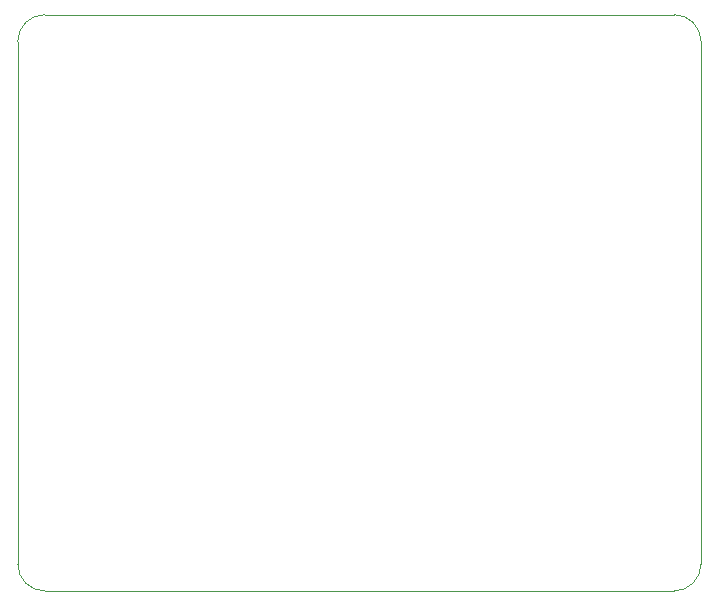
<source format=gm1>
%TF.GenerationSoftware,KiCad,Pcbnew,7.0.5-0*%
%TF.CreationDate,2023-06-06T12:59:25+02:00*%
%TF.ProjectId,kropyvnytskyi-overdrive,6b726f70-7976-46e7-9974-736b79692d6f,1.0*%
%TF.SameCoordinates,Original*%
%TF.FileFunction,Profile,NP*%
%FSLAX46Y46*%
G04 Gerber Fmt 4.6, Leading zero omitted, Abs format (unit mm)*
G04 Created by KiCad (PCBNEW 7.0.5-0) date 2023-06-06 12:59:25*
%MOMM*%
%LPD*%
G01*
G04 APERTURE LIST*
%TA.AperFunction,Profile*%
%ADD10C,0.100000*%
%TD*%
G04 APERTURE END LIST*
D10*
X134400600Y-99314000D02*
G75*
G03*
X132114554Y-97028000I-2286000J0D01*
G01*
X78832446Y-145830554D02*
X132114554Y-145830554D01*
X132114554Y-145830554D02*
G75*
G03*
X134400554Y-143544554I46J2285954D01*
G01*
X134400554Y-99314000D02*
X134400554Y-143544554D01*
X78832446Y-97028046D02*
G75*
G03*
X76546446Y-99314000I-46J-2285954D01*
G01*
X132114554Y-97028000D02*
X78832446Y-97028000D01*
X76546446Y-143544554D02*
G75*
G03*
X78832446Y-145830554I2285954J-46D01*
G01*
X76546446Y-99314000D02*
X76546446Y-143544554D01*
M02*

</source>
